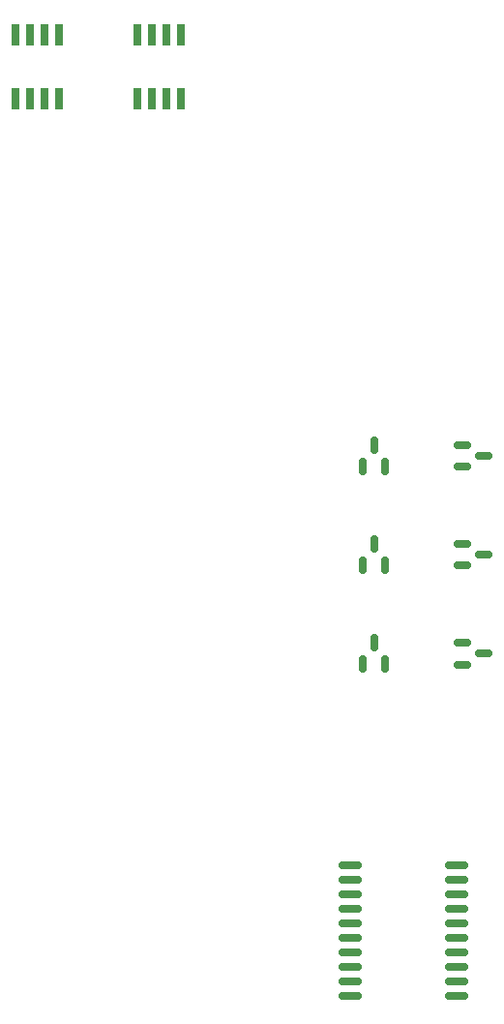
<source format=gbr>
%TF.GenerationSoftware,KiCad,Pcbnew,(7.0.0)*%
%TF.CreationDate,2023-04-05T08:28:23-04:00*%
%TF.ProjectId,BREAD_BLDC,42524541-445f-4424-9c44-432e6b696361,rev?*%
%TF.SameCoordinates,Original*%
%TF.FileFunction,Paste,Top*%
%TF.FilePolarity,Positive*%
%FSLAX46Y46*%
G04 Gerber Fmt 4.6, Leading zero omitted, Abs format (unit mm)*
G04 Created by KiCad (PCBNEW (7.0.0)) date 2023-04-05 08:28:23*
%MOMM*%
%LPD*%
G01*
G04 APERTURE LIST*
G04 Aperture macros list*
%AMRoundRect*
0 Rectangle with rounded corners*
0 $1 Rounding radius*
0 $2 $3 $4 $5 $6 $7 $8 $9 X,Y pos of 4 corners*
0 Add a 4 corners polygon primitive as box body*
4,1,4,$2,$3,$4,$5,$6,$7,$8,$9,$2,$3,0*
0 Add four circle primitives for the rounded corners*
1,1,$1+$1,$2,$3*
1,1,$1+$1,$4,$5*
1,1,$1+$1,$6,$7*
1,1,$1+$1,$8,$9*
0 Add four rect primitives between the rounded corners*
20,1,$1+$1,$2,$3,$4,$5,0*
20,1,$1+$1,$4,$5,$6,$7,0*
20,1,$1+$1,$6,$7,$8,$9,0*
20,1,$1+$1,$8,$9,$2,$3,0*%
G04 Aperture macros list end*
%ADD10RoundRect,0.150000X-0.587500X-0.150000X0.587500X-0.150000X0.587500X0.150000X-0.587500X0.150000X0*%
%ADD11R,0.640000X1.900000*%
%ADD12RoundRect,0.150000X0.875000X0.150000X-0.875000X0.150000X-0.875000X-0.150000X0.875000X-0.150000X0*%
%ADD13RoundRect,0.150000X0.150000X-0.587500X0.150000X0.587500X-0.150000X0.587500X-0.150000X-0.587500X0*%
G04 APERTURE END LIST*
D10*
%TO.C,Q6*%
X177535000Y-102802000D03*
X177535000Y-104702000D03*
X179410000Y-103752000D03*
%TD*%
D11*
%TO.C,a2*%
X142284999Y-49628999D03*
X141014999Y-49628999D03*
X139744999Y-49628999D03*
X138474999Y-49628999D03*
X138474999Y-55218999D03*
X139744999Y-55218999D03*
X141014999Y-55218999D03*
X142284999Y-55218999D03*
%TD*%
D10*
%TO.C,Q4*%
X177535000Y-94146000D03*
X177535000Y-96046000D03*
X179410000Y-95096000D03*
%TD*%
D12*
%TO.C,U1*%
X177034000Y-133704000D03*
X177034000Y-132434000D03*
X177034000Y-131164000D03*
X177034000Y-129894000D03*
X177034000Y-128624000D03*
X177034000Y-127354000D03*
X177034000Y-126084000D03*
X177034000Y-124814000D03*
X177034000Y-123544000D03*
X177034000Y-122274000D03*
X167734000Y-122274000D03*
X167734000Y-123544000D03*
X167734000Y-124814000D03*
X167734000Y-126084000D03*
X167734000Y-127354000D03*
X167734000Y-128624000D03*
X167734000Y-129894000D03*
X167734000Y-131164000D03*
X167734000Y-132434000D03*
X167734000Y-133704000D03*
%TD*%
D13*
%TO.C,Q5*%
X168886500Y-104669500D03*
X170786500Y-104669500D03*
X169836500Y-102794500D03*
%TD*%
%TO.C,Q1*%
X168886500Y-87397500D03*
X170786500Y-87397500D03*
X169836500Y-85522500D03*
%TD*%
%TO.C,Q3*%
X168886500Y-96033500D03*
X170786500Y-96033500D03*
X169836500Y-94158500D03*
%TD*%
D11*
%TO.C,b1*%
X152952999Y-49628999D03*
X151682999Y-49628999D03*
X150412999Y-49628999D03*
X149142999Y-49628999D03*
X149142999Y-55218999D03*
X150412999Y-55218999D03*
X151682999Y-55218999D03*
X152952999Y-55218999D03*
%TD*%
D10*
%TO.C,Q2*%
X177535000Y-85510000D03*
X177535000Y-87410000D03*
X179410000Y-86460000D03*
%TD*%
M02*

</source>
